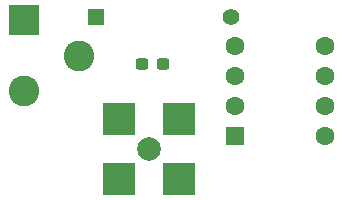
<source format=gbr>
%TF.GenerationSoftware,KiCad,Pcbnew,9.0.2-9.0.2-0~ubuntu24.04.1*%
%TF.CreationDate,2025-06-13T11:12:50-07:00*%
%TF.ProjectId,compact_photodiode_v2,636f6d70-6163-4745-9f70-686f746f6469,rev?*%
%TF.SameCoordinates,Original*%
%TF.FileFunction,Soldermask,Bot*%
%TF.FilePolarity,Negative*%
%FSLAX46Y46*%
G04 Gerber Fmt 4.6, Leading zero omitted, Abs format (unit mm)*
G04 Created by KiCad (PCBNEW 9.0.2-9.0.2-0~ubuntu24.04.1) date 2025-06-13 11:12:50*
%MOMM*%
%LPD*%
G01*
G04 APERTURE LIST*
G04 Aperture macros list*
%AMRoundRect*
0 Rectangle with rounded corners*
0 $1 Rounding radius*
0 $2 $3 $4 $5 $6 $7 $8 $9 X,Y pos of 4 corners*
0 Add a 4 corners polygon primitive as box body*
4,1,4,$2,$3,$4,$5,$6,$7,$8,$9,$2,$3,0*
0 Add four circle primitives for the rounded corners*
1,1,$1+$1,$2,$3*
1,1,$1+$1,$4,$5*
1,1,$1+$1,$6,$7*
1,1,$1+$1,$8,$9*
0 Add four rect primitives between the rounded corners*
20,1,$1+$1,$2,$3,$4,$5,0*
20,1,$1+$1,$4,$5,$6,$7,0*
20,1,$1+$1,$6,$7,$8,$9,0*
20,1,$1+$1,$8,$9,$2,$3,0*%
G04 Aperture macros list end*
%ADD10RoundRect,0.237500X0.300000X0.237500X-0.300000X0.237500X-0.300000X-0.237500X0.300000X-0.237500X0*%
%ADD11R,1.397000X1.397000*%
%ADD12C,1.397000*%
%ADD13R,2.700000X2.700000*%
%ADD14C,2.000000*%
%ADD15R,2.600000X2.600000*%
%ADD16C,2.600000*%
%ADD17R,1.600000X1.600000*%
%ADD18C,1.600000*%
G04 APERTURE END LIST*
D10*
%TO.C,C1*%
X149225000Y-115500000D03*
X147500000Y-115500000D03*
%TD*%
D11*
%TO.C,R2*%
X143570000Y-111500000D03*
D12*
X155000000Y-111500000D03*
%TD*%
D13*
%TO.C,U2*%
X150600000Y-125280000D03*
X150600000Y-120200000D03*
X145520000Y-125280000D03*
X145520000Y-120200000D03*
D14*
X148060000Y-122740000D03*
%TD*%
D15*
%TO.C,BT1*%
X137450000Y-111800000D03*
D16*
X137450000Y-117800000D03*
X142150000Y-114800000D03*
%TD*%
D17*
%TO.C,U1*%
X155390000Y-121600000D03*
D18*
X155390000Y-119060000D03*
X155390000Y-116520000D03*
X155390000Y-113980000D03*
X163010000Y-113980000D03*
X163010000Y-116520000D03*
X163010000Y-119060000D03*
X163010000Y-121600000D03*
%TD*%
M02*

</source>
